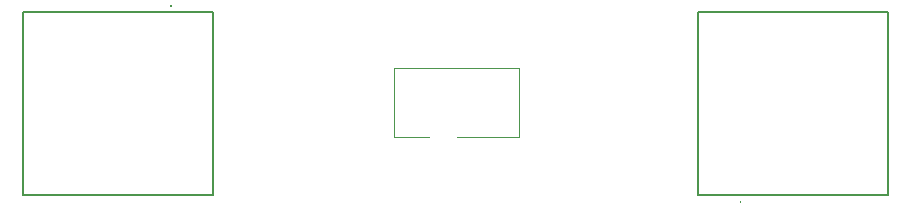
<source format=gbr>
%TF.GenerationSoftware,KiCad,Pcbnew,8.0.8*%
%TF.CreationDate,2025-03-10T16:10:23+01:00*%
%TF.ProjectId,DIYFAN _interface_V1,44495946-414e-4205-9f69-6e7465726661,rev?*%
%TF.SameCoordinates,Original*%
%TF.FileFunction,Legend,Top*%
%TF.FilePolarity,Positive*%
%FSLAX46Y46*%
G04 Gerber Fmt 4.6, Leading zero omitted, Abs format (unit mm)*
G04 Created by KiCad (PCBNEW 8.0.8) date 2025-03-10 16:10:23*
%MOMM*%
%LPD*%
G01*
G04 APERTURE LIST*
%ADD10C,0.100000*%
%ADD11C,0.200000*%
G04 APERTURE END LIST*
D10*
%TO.C,J2*%
X175382000Y-98515000D02*
G75*
G02*
X175382000Y-98415000I0J50000D01*
G01*
X175382000Y-98415000D02*
G75*
G02*
X175382000Y-98515000I0J-50000D01*
G01*
D11*
X187882000Y-97920000D02*
X171782000Y-97920000D01*
X187882000Y-82420000D02*
X187882000Y-97920000D01*
D10*
X175382000Y-98515000D02*
X175382000Y-98515000D01*
X175382000Y-98415000D02*
X175382000Y-98415000D01*
D11*
X171782000Y-97920000D02*
X171782000Y-82420000D01*
X171782000Y-82420000D02*
X187882000Y-82420000D01*
%TO.C,J1*%
X114632000Y-82420000D02*
X130732000Y-82420000D01*
X114632000Y-97920000D02*
X114632000Y-82420000D01*
D10*
X127132000Y-81825000D02*
X127132000Y-81825000D01*
X127132000Y-81925000D02*
X127132000Y-81925000D01*
D11*
X130732000Y-82420000D02*
X130732000Y-97920000D01*
X130732000Y-97920000D02*
X114632000Y-97920000D01*
D10*
X127132000Y-81825000D02*
G75*
G02*
X127132000Y-81925000I0J-50000D01*
G01*
X127132000Y-81925000D02*
G75*
G02*
X127132000Y-81825000I0J50000D01*
G01*
%TO.C,J3*%
X146096000Y-87115000D02*
X156672000Y-87115000D01*
X146096000Y-92955000D02*
X146096000Y-87115000D01*
X146096000Y-92955000D02*
X148993000Y-92955000D01*
X156672000Y-87115000D02*
X156672000Y-92955000D01*
X156672000Y-92955000D02*
X151384000Y-92955000D01*
%TD*%
M02*

</source>
